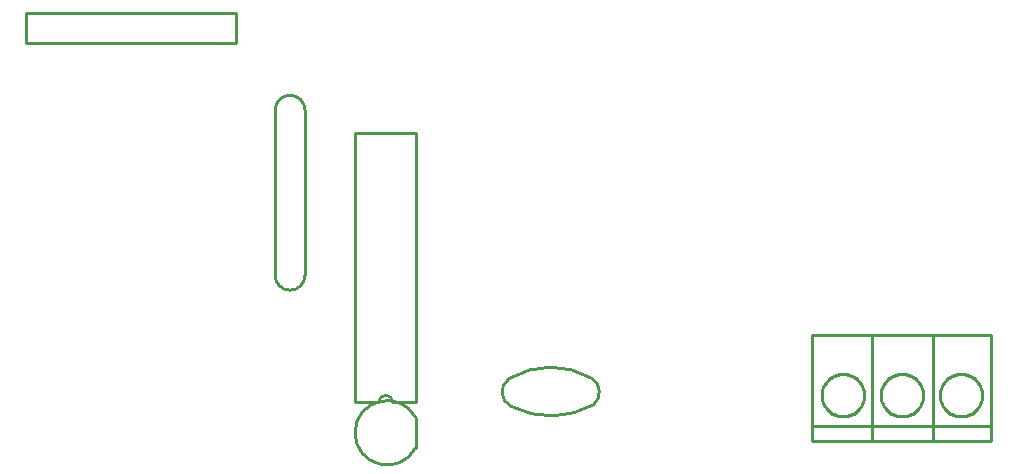
<source format=gbr>
G04 DipTrace 3.0.0.1*
G04 Âåðõíÿÿìàðêèðîâêà.gbr*
%MOMM*%
G04 #@! TF.FileFunction,Legend,Top*
G04 #@! TF.Part,Single*
%ADD10C,0.25*%
%FSLAX35Y35*%
G04*
G71*
G90*
G75*
G01*
G04 TopSilk*
%LPD*%
X6359070Y1809669D2*
D10*
G02X7057053Y1809669I348991J-591627D01*
G01*
X7072820Y1587445D2*
G02X6375002Y1571554I-363826J647125D01*
G01*
X6359070Y1809669D2*
G03X6375002Y1571554I71124J-114832D01*
G01*
X7057053Y1809669D2*
G02X7072820Y1587445I-76109J-117072D01*
G01*
X4374383Y2682870D2*
Y4079616D1*
X4628383Y2682870D2*
Y4079616D1*
X4374383Y2682870D2*
G03X4628383Y2682870I127000J-127D01*
G01*
Y4079616D2*
G03X4374383Y4079616I-127000J127D01*
G01*
X5050999Y1606250D2*
Y3886250D1*
X5571021D2*
X5050999D1*
X5571021Y1606250D2*
Y3886250D1*
Y1606250D2*
X5371020D1*
X5050999D2*
X5251000D1*
X5371020D2*
G03X5251000Y1606250I-60010J-46D01*
G01*
X5565087Y1476321D2*
G03X5565087Y1222319I-241141J-127001D01*
G01*
Y1476321D1*
X10432570Y1277063D2*
X8922570D1*
Y2177063D1*
X10432570D1*
Y1277063D1*
X10001918Y1667033D2*
X10002357Y1679589D1*
X10003673Y1692084D1*
X10005858Y1704457D1*
X10008902Y1716648D1*
X10012791Y1728597D1*
X10017505Y1740246D1*
X10023022Y1751538D1*
X10029314Y1762419D1*
X10036351Y1772835D1*
X10044099Y1782735D1*
X10052519Y1792072D1*
X10061572Y1800799D1*
X10071212Y1808875D1*
X10081393Y1816260D1*
X10092065Y1822918D1*
X10103176Y1828816D1*
X10114673Y1833926D1*
X10126498Y1838224D1*
X10138595Y1841687D1*
X10150904Y1844299D1*
X10163366Y1846047D1*
X10175920Y1846924D1*
X10188504D1*
X10201058Y1846047D1*
X10213520Y1844299D1*
X10225829Y1841687D1*
X10237926Y1838224D1*
X10249751Y1833926D1*
X10261248Y1828816D1*
X10272359Y1822918D1*
X10283031Y1816260D1*
X10293212Y1808875D1*
X10302852Y1800799D1*
X10311905Y1792072D1*
X10320325Y1782735D1*
X10328073Y1772835D1*
X10335110Y1762419D1*
X10341402Y1751538D1*
X10346919Y1740246D1*
X10351633Y1728597D1*
X10355522Y1716648D1*
X10358566Y1704457D1*
X10360751Y1692084D1*
X10362067Y1679589D1*
X10362506Y1667033D1*
X10362067Y1654477D1*
X10360751Y1641982D1*
X10358566Y1629609D1*
X10355522Y1617419D1*
X10351633Y1605470D1*
X10346919Y1593821D1*
X10341402Y1582528D1*
X10335110Y1571648D1*
X10328073Y1561232D1*
X10320325Y1551332D1*
X10311905Y1541995D1*
X10302852Y1533267D1*
X10293212Y1525191D1*
X10283031Y1517807D1*
X10272359Y1511149D1*
X10261248Y1505250D1*
X10249751Y1500140D1*
X10237926Y1495843D1*
X10225829Y1492380D1*
X10213520Y1489768D1*
X10201058Y1488019D1*
X10188504Y1487143D1*
X10175920D1*
X10163366Y1488019D1*
X10150904Y1489768D1*
X10138595Y1492380D1*
X10126498Y1495843D1*
X10114673Y1500140D1*
X10103176Y1505250D1*
X10092065Y1511149D1*
X10081393Y1517807D1*
X10071212Y1525191D1*
X10061572Y1533267D1*
X10052519Y1541995D1*
X10044099Y1551332D1*
X10036351Y1561232D1*
X10029314Y1571648D1*
X10023022Y1582528D1*
X10017505Y1593821D1*
X10012791Y1605470D1*
X10008902Y1617419D1*
X10005858Y1629609D1*
X10003673Y1641982D1*
X10002357Y1654477D1*
X10001918Y1667033D1*
X9501957D2*
X9502396Y1679589D1*
X9503712Y1692084D1*
X9505897Y1704457D1*
X9508941Y1716648D1*
X9512830Y1728597D1*
X9517544Y1740246D1*
X9523061Y1751538D1*
X9529353Y1762419D1*
X9536390Y1772835D1*
X9544138Y1782735D1*
X9552558Y1792072D1*
X9561611Y1800799D1*
X9571251Y1808875D1*
X9581432Y1816260D1*
X9592104Y1822918D1*
X9603215Y1828816D1*
X9614712Y1833926D1*
X9626537Y1838224D1*
X9638634Y1841687D1*
X9650943Y1844299D1*
X9663405Y1846047D1*
X9675959Y1846924D1*
X9688543D1*
X9701097Y1846047D1*
X9713559Y1844299D1*
X9725868Y1841687D1*
X9737965Y1838224D1*
X9749790Y1833926D1*
X9761287Y1828816D1*
X9772398Y1822918D1*
X9783070Y1816260D1*
X9793251Y1808875D1*
X9802891Y1800799D1*
X9811944Y1792072D1*
X9820364Y1782735D1*
X9828112Y1772835D1*
X9835149Y1762419D1*
X9841441Y1751538D1*
X9846958Y1740246D1*
X9851672Y1728597D1*
X9855561Y1716648D1*
X9858605Y1704457D1*
X9860790Y1692084D1*
X9862106Y1679589D1*
X9862545Y1667033D1*
X9862106Y1654477D1*
X9860790Y1641982D1*
X9858605Y1629609D1*
X9855561Y1617419D1*
X9851672Y1605470D1*
X9846958Y1593821D1*
X9841441Y1582528D1*
X9835149Y1571648D1*
X9828112Y1561232D1*
X9820364Y1551332D1*
X9811944Y1541995D1*
X9802891Y1533267D1*
X9793251Y1525191D1*
X9783070Y1517807D1*
X9772398Y1511149D1*
X9761287Y1505250D1*
X9749790Y1500140D1*
X9737965Y1495843D1*
X9725868Y1492380D1*
X9713559Y1489768D1*
X9701097Y1488019D1*
X9688543Y1487143D1*
X9675959D1*
X9663405Y1488019D1*
X9650943Y1489768D1*
X9638634Y1492380D1*
X9626537Y1495843D1*
X9614712Y1500140D1*
X9603215Y1505250D1*
X9592104Y1511149D1*
X9581432Y1517807D1*
X9571251Y1525191D1*
X9561611Y1533267D1*
X9552558Y1541995D1*
X9544138Y1551332D1*
X9536390Y1561232D1*
X9529353Y1571648D1*
X9523061Y1582528D1*
X9517544Y1593821D1*
X9512830Y1605470D1*
X9508941Y1617419D1*
X9505897Y1629609D1*
X9503712Y1641982D1*
X9502396Y1654477D1*
X9501957Y1667033D1*
X9001996D2*
X9002435Y1679589D1*
X9003751Y1692084D1*
X9005936Y1704457D1*
X9008980Y1716648D1*
X9012869Y1728597D1*
X9017583Y1740246D1*
X9023100Y1751538D1*
X9029392Y1762419D1*
X9036429Y1772835D1*
X9044177Y1782735D1*
X9052597Y1792072D1*
X9061650Y1800799D1*
X9071290Y1808875D1*
X9081471Y1816260D1*
X9092143Y1822918D1*
X9103254Y1828816D1*
X9114751Y1833926D1*
X9126576Y1838224D1*
X9138673Y1841687D1*
X9150982Y1844299D1*
X9163444Y1846047D1*
X9175998Y1846924D1*
X9188582D1*
X9201136Y1846047D1*
X9213598Y1844299D1*
X9225907Y1841687D1*
X9238004Y1838224D1*
X9249829Y1833926D1*
X9261326Y1828816D1*
X9272437Y1822918D1*
X9283109Y1816260D1*
X9293290Y1808875D1*
X9302930Y1800799D1*
X9311983Y1792072D1*
X9320403Y1782735D1*
X9328151Y1772835D1*
X9335188Y1762419D1*
X9341480Y1751538D1*
X9346997Y1740246D1*
X9351711Y1728597D1*
X9355600Y1716648D1*
X9358644Y1704457D1*
X9360829Y1692084D1*
X9362145Y1679589D1*
X9362584Y1667033D1*
X9362145Y1654477D1*
X9360829Y1641982D1*
X9358644Y1629609D1*
X9355600Y1617419D1*
X9351711Y1605470D1*
X9346997Y1593821D1*
X9341480Y1582528D1*
X9335188Y1571648D1*
X9328151Y1561232D1*
X9320403Y1551332D1*
X9311983Y1541995D1*
X9302930Y1533267D1*
X9293290Y1525191D1*
X9283109Y1517807D1*
X9272437Y1511149D1*
X9261326Y1505250D1*
X9249829Y1500140D1*
X9238004Y1495843D1*
X9225907Y1492380D1*
X9213598Y1489768D1*
X9201136Y1488019D1*
X9188582Y1487143D1*
X9175998D1*
X9163444Y1488019D1*
X9150982Y1489768D1*
X9138673Y1492380D1*
X9126576Y1495843D1*
X9114751Y1500140D1*
X9103254Y1505250D1*
X9092143Y1511149D1*
X9081471Y1517807D1*
X9071290Y1525191D1*
X9061650Y1533267D1*
X9052597Y1541995D1*
X9044177Y1551332D1*
X9036429Y1561232D1*
X9029392Y1571648D1*
X9023100Y1582528D1*
X9017583Y1593821D1*
X9012869Y1605470D1*
X9008980Y1617419D1*
X9005936Y1629609D1*
X9003751Y1641982D1*
X9002435Y1654477D1*
X9001996Y1667033D1*
X10432570Y1407023D2*
X8932536D1*
X9942575Y1287053D2*
Y2167073D1*
X9432497Y1287053D2*
Y2167073D1*
X2263010Y4905250D2*
Y4651250D1*
X4041010Y4905250D2*
X2263010D1*
X4041010D2*
Y4651250D1*
X2263010D1*
M02*

</source>
